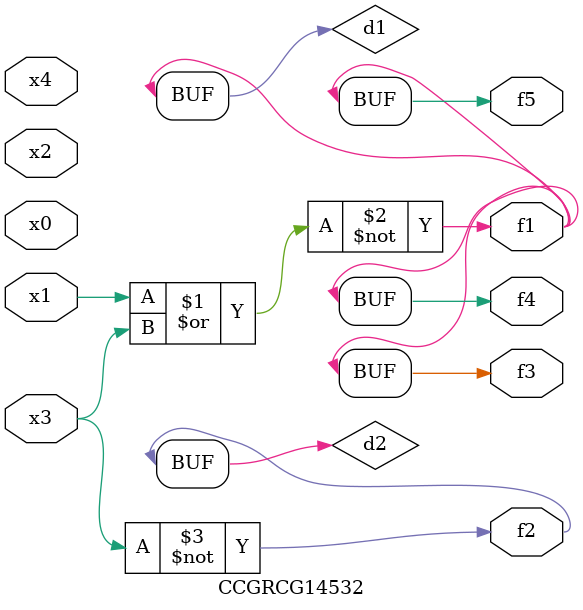
<source format=v>
module CCGRCG14532(
	input x0, x1, x2, x3, x4,
	output f1, f2, f3, f4, f5
);

	wire d1, d2;

	nor (d1, x1, x3);
	not (d2, x3);
	assign f1 = d1;
	assign f2 = d2;
	assign f3 = d1;
	assign f4 = d1;
	assign f5 = d1;
endmodule

</source>
